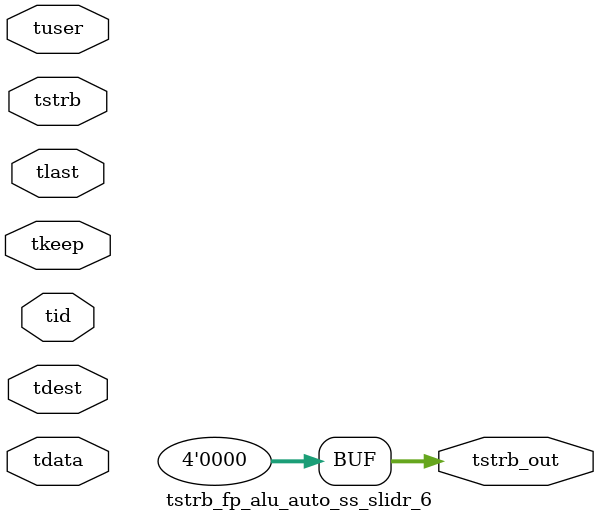
<source format=v>


`timescale 1ps/1ps

module tstrb_fp_alu_auto_ss_slidr_6 #
(
parameter C_S_AXIS_TDATA_WIDTH = 32,
parameter C_S_AXIS_TUSER_WIDTH = 0,
parameter C_S_AXIS_TID_WIDTH   = 0,
parameter C_S_AXIS_TDEST_WIDTH = 0,
parameter C_M_AXIS_TDATA_WIDTH = 32
)
(
input  [(C_S_AXIS_TDATA_WIDTH == 0 ? 1 : C_S_AXIS_TDATA_WIDTH)-1:0     ] tdata,
input  [(C_S_AXIS_TUSER_WIDTH == 0 ? 1 : C_S_AXIS_TUSER_WIDTH)-1:0     ] tuser,
input  [(C_S_AXIS_TID_WIDTH   == 0 ? 1 : C_S_AXIS_TID_WIDTH)-1:0       ] tid,
input  [(C_S_AXIS_TDEST_WIDTH == 0 ? 1 : C_S_AXIS_TDEST_WIDTH)-1:0     ] tdest,
input  [(C_S_AXIS_TDATA_WIDTH/8)-1:0 ] tkeep,
input  [(C_S_AXIS_TDATA_WIDTH/8)-1:0 ] tstrb,
input                                                                    tlast,
output [(C_M_AXIS_TDATA_WIDTH/8)-1:0 ] tstrb_out
);

assign tstrb_out = {1'b0};

endmodule


</source>
